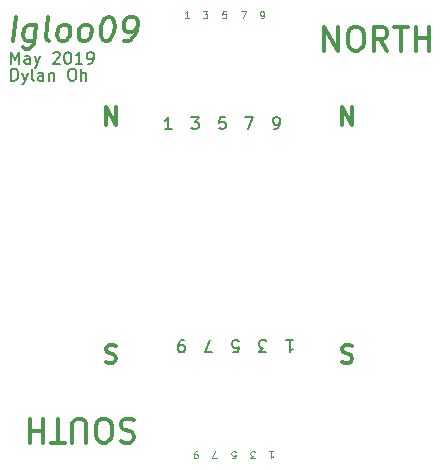
<source format=gbr>
G04 #@! TF.GenerationSoftware,KiCad,Pcbnew,(5.1.2)-1*
G04 #@! TF.CreationDate,2019-05-02T18:24:12-06:00*
G04 #@! TF.ProjectId,Igloo09,49676c6f-6f30-4392-9e6b-696361645f70,rev?*
G04 #@! TF.SameCoordinates,Original*
G04 #@! TF.FileFunction,Legend,Top*
G04 #@! TF.FilePolarity,Positive*
%FSLAX46Y46*%
G04 Gerber Fmt 4.6, Leading zero omitted, Abs format (unit mm)*
G04 Created by KiCad (PCBNEW (5.1.2)-1) date 2019-05-02 18:24:12*
%MOMM*%
%LPD*%
G04 APERTURE LIST*
%ADD10C,0.150000*%
%ADD11C,0.300000*%
%ADD12C,0.080000*%
G04 APERTURE END LIST*
D10*
X131576559Y-48521880D02*
X131576559Y-47521880D01*
X131909892Y-48236166D01*
X132243225Y-47521880D01*
X132243225Y-48521880D01*
X133147987Y-48521880D02*
X133147987Y-47998071D01*
X133100368Y-47902833D01*
X133005130Y-47855214D01*
X132814654Y-47855214D01*
X132719416Y-47902833D01*
X133147987Y-48474261D02*
X133052749Y-48521880D01*
X132814654Y-48521880D01*
X132719416Y-48474261D01*
X132671797Y-48379023D01*
X132671797Y-48283785D01*
X132719416Y-48188547D01*
X132814654Y-48140928D01*
X133052749Y-48140928D01*
X133147987Y-48093309D01*
X133528940Y-47855214D02*
X133767035Y-48521880D01*
X134005130Y-47855214D02*
X133767035Y-48521880D01*
X133671797Y-48759976D01*
X133624178Y-48807595D01*
X133528940Y-48855214D01*
X135100368Y-47617119D02*
X135147987Y-47569500D01*
X135243225Y-47521880D01*
X135481320Y-47521880D01*
X135576559Y-47569500D01*
X135624178Y-47617119D01*
X135671797Y-47712357D01*
X135671797Y-47807595D01*
X135624178Y-47950452D01*
X135052749Y-48521880D01*
X135671797Y-48521880D01*
X136290844Y-47521880D02*
X136386082Y-47521880D01*
X136481320Y-47569500D01*
X136528940Y-47617119D01*
X136576559Y-47712357D01*
X136624178Y-47902833D01*
X136624178Y-48140928D01*
X136576559Y-48331404D01*
X136528940Y-48426642D01*
X136481320Y-48474261D01*
X136386082Y-48521880D01*
X136290844Y-48521880D01*
X136195606Y-48474261D01*
X136147987Y-48426642D01*
X136100368Y-48331404D01*
X136052749Y-48140928D01*
X136052749Y-47902833D01*
X136100368Y-47712357D01*
X136147987Y-47617119D01*
X136195606Y-47569500D01*
X136290844Y-47521880D01*
X137576559Y-48521880D02*
X137005130Y-48521880D01*
X137290844Y-48521880D02*
X137290844Y-47521880D01*
X137195606Y-47664738D01*
X137100368Y-47759976D01*
X137005130Y-47807595D01*
X138052749Y-48521880D02*
X138243225Y-48521880D01*
X138338463Y-48474261D01*
X138386082Y-48426642D01*
X138481320Y-48283785D01*
X138528940Y-48093309D01*
X138528940Y-47712357D01*
X138481320Y-47617119D01*
X138433701Y-47569500D01*
X138338463Y-47521880D01*
X138147987Y-47521880D01*
X138052749Y-47569500D01*
X138005130Y-47617119D01*
X137957511Y-47712357D01*
X137957511Y-47950452D01*
X138005130Y-48045690D01*
X138052749Y-48093309D01*
X138147987Y-48140928D01*
X138338463Y-48140928D01*
X138433701Y-48093309D01*
X138481320Y-48045690D01*
X138528940Y-47950452D01*
X131570173Y-49941740D02*
X131570173Y-48941740D01*
X131808268Y-48941740D01*
X131951125Y-48989360D01*
X132046363Y-49084598D01*
X132093982Y-49179836D01*
X132141601Y-49370312D01*
X132141601Y-49513169D01*
X132093982Y-49703645D01*
X132046363Y-49798883D01*
X131951125Y-49894121D01*
X131808268Y-49941740D01*
X131570173Y-49941740D01*
X132474935Y-49275074D02*
X132713030Y-49941740D01*
X132951125Y-49275074D02*
X132713030Y-49941740D01*
X132617792Y-50179836D01*
X132570173Y-50227455D01*
X132474935Y-50275074D01*
X133474935Y-49941740D02*
X133379697Y-49894121D01*
X133332078Y-49798883D01*
X133332078Y-48941740D01*
X134284459Y-49941740D02*
X134284459Y-49417931D01*
X134236840Y-49322693D01*
X134141601Y-49275074D01*
X133951125Y-49275074D01*
X133855887Y-49322693D01*
X134284459Y-49894121D02*
X134189220Y-49941740D01*
X133951125Y-49941740D01*
X133855887Y-49894121D01*
X133808268Y-49798883D01*
X133808268Y-49703645D01*
X133855887Y-49608407D01*
X133951125Y-49560788D01*
X134189220Y-49560788D01*
X134284459Y-49513169D01*
X134760649Y-49275074D02*
X134760649Y-49941740D01*
X134760649Y-49370312D02*
X134808268Y-49322693D01*
X134903506Y-49275074D01*
X135046363Y-49275074D01*
X135141601Y-49322693D01*
X135189220Y-49417931D01*
X135189220Y-49941740D01*
X136617792Y-48941740D02*
X136808268Y-48941740D01*
X136903506Y-48989360D01*
X136998744Y-49084598D01*
X137046363Y-49275074D01*
X137046363Y-49608407D01*
X136998744Y-49798883D01*
X136903506Y-49894121D01*
X136808268Y-49941740D01*
X136617792Y-49941740D01*
X136522554Y-49894121D01*
X136427316Y-49798883D01*
X136379697Y-49608407D01*
X136379697Y-49275074D01*
X136427316Y-49084598D01*
X136522554Y-48989360D01*
X136617792Y-48941740D01*
X137474935Y-49941740D02*
X137474935Y-48941740D01*
X137903506Y-49941740D02*
X137903506Y-49417931D01*
X137855887Y-49322693D01*
X137760649Y-49275074D01*
X137617792Y-49275074D01*
X137522554Y-49322693D01*
X137474935Y-49370312D01*
D11*
X131687632Y-46573961D02*
X131937632Y-44573961D01*
X133663823Y-45240628D02*
X133461442Y-46859676D01*
X133342394Y-47050152D01*
X133235251Y-47145390D01*
X133032870Y-47240628D01*
X132747156Y-47240628D01*
X132568585Y-47145390D01*
X133509061Y-46478723D02*
X133306680Y-46573961D01*
X132925727Y-46573961D01*
X132747156Y-46478723D01*
X132663823Y-46383485D01*
X132592394Y-46193009D01*
X132663823Y-45621580D01*
X132782870Y-45431104D01*
X132890013Y-45335866D01*
X133092394Y-45240628D01*
X133473346Y-45240628D01*
X133651918Y-45335866D01*
X134735251Y-46573961D02*
X134556680Y-46478723D01*
X134485251Y-46288247D01*
X134699537Y-44573961D01*
X135782870Y-46573961D02*
X135604299Y-46478723D01*
X135520965Y-46383485D01*
X135449537Y-46193009D01*
X135520965Y-45621580D01*
X135640013Y-45431104D01*
X135747156Y-45335866D01*
X135949537Y-45240628D01*
X136235251Y-45240628D01*
X136413823Y-45335866D01*
X136497156Y-45431104D01*
X136568585Y-45621580D01*
X136497156Y-46193009D01*
X136378108Y-46383485D01*
X136270965Y-46478723D01*
X136068585Y-46573961D01*
X135782870Y-46573961D01*
X137592394Y-46573961D02*
X137413823Y-46478723D01*
X137330489Y-46383485D01*
X137259061Y-46193009D01*
X137330489Y-45621580D01*
X137449537Y-45431104D01*
X137556680Y-45335866D01*
X137759061Y-45240628D01*
X138044775Y-45240628D01*
X138223346Y-45335866D01*
X138306680Y-45431104D01*
X138378108Y-45621580D01*
X138306680Y-46193009D01*
X138187632Y-46383485D01*
X138080489Y-46478723D01*
X137878108Y-46573961D01*
X137592394Y-46573961D01*
X139747156Y-44573961D02*
X139937632Y-44573961D01*
X140116204Y-44669200D01*
X140199537Y-44764438D01*
X140270965Y-44954914D01*
X140318585Y-45335866D01*
X140259061Y-45812057D01*
X140116204Y-46193009D01*
X139997156Y-46383485D01*
X139890013Y-46478723D01*
X139687632Y-46573961D01*
X139497156Y-46573961D01*
X139318585Y-46478723D01*
X139235251Y-46383485D01*
X139163823Y-46193009D01*
X139116204Y-45812057D01*
X139175727Y-45335866D01*
X139318585Y-44954914D01*
X139437632Y-44764438D01*
X139544775Y-44669200D01*
X139747156Y-44573961D01*
X141116204Y-46573961D02*
X141497156Y-46573961D01*
X141699537Y-46478723D01*
X141806680Y-46383485D01*
X142032870Y-46097771D01*
X142175727Y-45716819D01*
X142270965Y-44954914D01*
X142199537Y-44764438D01*
X142116204Y-44669200D01*
X141937632Y-44573961D01*
X141556680Y-44573961D01*
X141354299Y-44669200D01*
X141247156Y-44764438D01*
X141128108Y-44954914D01*
X141068585Y-45431104D01*
X141140013Y-45621580D01*
X141223346Y-45716819D01*
X141401918Y-45812057D01*
X141782870Y-45812057D01*
X141985251Y-45716819D01*
X142092394Y-45621580D01*
X142211442Y-45431104D01*
D12*
X153402571Y-81328571D02*
X153745428Y-81328571D01*
X153574000Y-81328571D02*
X153574000Y-81928571D01*
X153631142Y-81842857D01*
X153688285Y-81785714D01*
X153745428Y-81757142D01*
X152174000Y-81928571D02*
X151802571Y-81928571D01*
X152002571Y-81700000D01*
X151916857Y-81700000D01*
X151859714Y-81671428D01*
X151831142Y-81642857D01*
X151802571Y-81585714D01*
X151802571Y-81442857D01*
X151831142Y-81385714D01*
X151859714Y-81357142D01*
X151916857Y-81328571D01*
X152088285Y-81328571D01*
X152145428Y-81357142D01*
X152174000Y-81385714D01*
X150231142Y-81928571D02*
X150516857Y-81928571D01*
X150545428Y-81642857D01*
X150516857Y-81671428D01*
X150459714Y-81700000D01*
X150316857Y-81700000D01*
X150259714Y-81671428D01*
X150231142Y-81642857D01*
X150202571Y-81585714D01*
X150202571Y-81442857D01*
X150231142Y-81385714D01*
X150259714Y-81357142D01*
X150316857Y-81328571D01*
X150459714Y-81328571D01*
X150516857Y-81357142D01*
X150545428Y-81385714D01*
X148974000Y-81928571D02*
X148574000Y-81928571D01*
X148831142Y-81328571D01*
X147288285Y-81328571D02*
X147174000Y-81328571D01*
X147116857Y-81357142D01*
X147088285Y-81385714D01*
X147031142Y-81471428D01*
X147002571Y-81585714D01*
X147002571Y-81814285D01*
X147031142Y-81871428D01*
X147059714Y-81900000D01*
X147116857Y-81928571D01*
X147231142Y-81928571D01*
X147288285Y-81900000D01*
X147316857Y-81871428D01*
X147345428Y-81814285D01*
X147345428Y-81671428D01*
X147316857Y-81614285D01*
X147288285Y-81585714D01*
X147231142Y-81557142D01*
X147116857Y-81557142D01*
X147059714Y-81585714D01*
X147031142Y-81614285D01*
X147002571Y-81671428D01*
X146571428Y-44671428D02*
X146228571Y-44671428D01*
X146400000Y-44671428D02*
X146400000Y-44071428D01*
X146342857Y-44157142D01*
X146285714Y-44214285D01*
X146228571Y-44242857D01*
X147800000Y-44071428D02*
X148171428Y-44071428D01*
X147971428Y-44300000D01*
X148057142Y-44300000D01*
X148114285Y-44328571D01*
X148142857Y-44357142D01*
X148171428Y-44414285D01*
X148171428Y-44557142D01*
X148142857Y-44614285D01*
X148114285Y-44642857D01*
X148057142Y-44671428D01*
X147885714Y-44671428D01*
X147828571Y-44642857D01*
X147800000Y-44614285D01*
X149742857Y-44071428D02*
X149457142Y-44071428D01*
X149428571Y-44357142D01*
X149457142Y-44328571D01*
X149514285Y-44300000D01*
X149657142Y-44300000D01*
X149714285Y-44328571D01*
X149742857Y-44357142D01*
X149771428Y-44414285D01*
X149771428Y-44557142D01*
X149742857Y-44614285D01*
X149714285Y-44642857D01*
X149657142Y-44671428D01*
X149514285Y-44671428D01*
X149457142Y-44642857D01*
X149428571Y-44614285D01*
X151000000Y-44071428D02*
X151400000Y-44071428D01*
X151142857Y-44671428D01*
X152685714Y-44671428D02*
X152800000Y-44671428D01*
X152857142Y-44642857D01*
X152885714Y-44614285D01*
X152942857Y-44528571D01*
X152971428Y-44414285D01*
X152971428Y-44185714D01*
X152942857Y-44128571D01*
X152914285Y-44100000D01*
X152857142Y-44071428D01*
X152742857Y-44071428D01*
X152685714Y-44100000D01*
X152657142Y-44128571D01*
X152628571Y-44185714D01*
X152628571Y-44328571D01*
X152657142Y-44385714D01*
X152685714Y-44414285D01*
X152742857Y-44442857D01*
X152857142Y-44442857D01*
X152914285Y-44414285D01*
X152942857Y-44385714D01*
X152971428Y-44328571D01*
D10*
X146163976Y-71937619D02*
X145973500Y-71937619D01*
X145878261Y-71985238D01*
X145830642Y-72032857D01*
X145735404Y-72175714D01*
X145687785Y-72366190D01*
X145687785Y-72747142D01*
X145735404Y-72842380D01*
X145783023Y-72890000D01*
X145878261Y-72937619D01*
X146068738Y-72937619D01*
X146163976Y-72890000D01*
X146211595Y-72842380D01*
X146259214Y-72747142D01*
X146259214Y-72509047D01*
X146211595Y-72413809D01*
X146163976Y-72366190D01*
X146068738Y-72318571D01*
X145878261Y-72318571D01*
X145783023Y-72366190D01*
X145735404Y-72413809D01*
X145687785Y-72509047D01*
X148592833Y-72937619D02*
X147926166Y-72937619D01*
X148354738Y-71937619D01*
X150307404Y-72937619D02*
X150783595Y-72937619D01*
X150831214Y-72461428D01*
X150783595Y-72509047D01*
X150688357Y-72556666D01*
X150450261Y-72556666D01*
X150355023Y-72509047D01*
X150307404Y-72461428D01*
X150259785Y-72366190D01*
X150259785Y-72128095D01*
X150307404Y-72032857D01*
X150355023Y-71985238D01*
X150450261Y-71937619D01*
X150688357Y-71937619D01*
X150783595Y-71985238D01*
X150831214Y-72032857D01*
X153164833Y-72937619D02*
X152545785Y-72937619D01*
X152879119Y-72556666D01*
X152736261Y-72556666D01*
X152641023Y-72509047D01*
X152593404Y-72461428D01*
X152545785Y-72366190D01*
X152545785Y-72128095D01*
X152593404Y-72032857D01*
X152641023Y-71985238D01*
X152736261Y-71937619D01*
X153021976Y-71937619D01*
X153117214Y-71985238D01*
X153164833Y-72032857D01*
X154831785Y-71937619D02*
X155403214Y-71937619D01*
X155117500Y-71937619D02*
X155117500Y-72937619D01*
X155212738Y-72794761D01*
X155307976Y-72699523D01*
X155403214Y-72651904D01*
D11*
X140428571Y-72392857D02*
X140214285Y-72321428D01*
X139857142Y-72321428D01*
X139714285Y-72392857D01*
X139642857Y-72464285D01*
X139571428Y-72607142D01*
X139571428Y-72750000D01*
X139642857Y-72892857D01*
X139714285Y-72964285D01*
X139857142Y-73035714D01*
X140142857Y-73107142D01*
X140285714Y-73178571D01*
X140357142Y-73250000D01*
X140428571Y-73392857D01*
X140428571Y-73535714D01*
X140357142Y-73678571D01*
X140285714Y-73750000D01*
X140142857Y-73821428D01*
X139785714Y-73821428D01*
X139571428Y-73750000D01*
X160428571Y-72392857D02*
X160214285Y-72321428D01*
X159857142Y-72321428D01*
X159714285Y-72392857D01*
X159642857Y-72464285D01*
X159571428Y-72607142D01*
X159571428Y-72750000D01*
X159642857Y-72892857D01*
X159714285Y-72964285D01*
X159857142Y-73035714D01*
X160142857Y-73107142D01*
X160285714Y-73178571D01*
X160357142Y-73250000D01*
X160428571Y-73392857D01*
X160428571Y-73535714D01*
X160357142Y-73678571D01*
X160285714Y-73750000D01*
X160142857Y-73821428D01*
X159785714Y-73821428D01*
X159571428Y-73750000D01*
X139571428Y-53678571D02*
X139571428Y-52178571D01*
X140428571Y-53678571D01*
X140428571Y-52178571D01*
X159571428Y-53678571D02*
X159571428Y-52178571D01*
X160428571Y-53678571D01*
X160428571Y-52178571D01*
D10*
X153810023Y-54046380D02*
X154000500Y-54046380D01*
X154095738Y-53998761D01*
X154143357Y-53951142D01*
X154238595Y-53808285D01*
X154286214Y-53617809D01*
X154286214Y-53236857D01*
X154238595Y-53141619D01*
X154190976Y-53094000D01*
X154095738Y-53046380D01*
X153905261Y-53046380D01*
X153810023Y-53094000D01*
X153762404Y-53141619D01*
X153714785Y-53236857D01*
X153714785Y-53474952D01*
X153762404Y-53570190D01*
X153810023Y-53617809D01*
X153905261Y-53665428D01*
X154095738Y-53665428D01*
X154190976Y-53617809D01*
X154238595Y-53570190D01*
X154286214Y-53474952D01*
X151381166Y-53046380D02*
X152047833Y-53046380D01*
X151619261Y-54046380D01*
X149666595Y-53046380D02*
X149190404Y-53046380D01*
X149142785Y-53522571D01*
X149190404Y-53474952D01*
X149285642Y-53427333D01*
X149523738Y-53427333D01*
X149618976Y-53474952D01*
X149666595Y-53522571D01*
X149714214Y-53617809D01*
X149714214Y-53855904D01*
X149666595Y-53951142D01*
X149618976Y-53998761D01*
X149523738Y-54046380D01*
X149285642Y-54046380D01*
X149190404Y-53998761D01*
X149142785Y-53951142D01*
X146809166Y-53046380D02*
X147428214Y-53046380D01*
X147094880Y-53427333D01*
X147237738Y-53427333D01*
X147332976Y-53474952D01*
X147380595Y-53522571D01*
X147428214Y-53617809D01*
X147428214Y-53855904D01*
X147380595Y-53951142D01*
X147332976Y-53998761D01*
X147237738Y-54046380D01*
X146952023Y-54046380D01*
X146856785Y-53998761D01*
X146809166Y-53951142D01*
X145142214Y-54046380D02*
X144570785Y-54046380D01*
X144856500Y-54046380D02*
X144856500Y-53046380D01*
X144761261Y-53189238D01*
X144666023Y-53284476D01*
X144570785Y-53332095D01*
D11*
X141976190Y-78690476D02*
X141690476Y-78595238D01*
X141214285Y-78595238D01*
X141023809Y-78690476D01*
X140928571Y-78785714D01*
X140833333Y-78976190D01*
X140833333Y-79166666D01*
X140928571Y-79357142D01*
X141023809Y-79452380D01*
X141214285Y-79547619D01*
X141595238Y-79642857D01*
X141785714Y-79738095D01*
X141880952Y-79833333D01*
X141976190Y-80023809D01*
X141976190Y-80214285D01*
X141880952Y-80404761D01*
X141785714Y-80500000D01*
X141595238Y-80595238D01*
X141119047Y-80595238D01*
X140833333Y-80500000D01*
X139595238Y-80595238D02*
X139214285Y-80595238D01*
X139023809Y-80500000D01*
X138833333Y-80309523D01*
X138738095Y-79928571D01*
X138738095Y-79261904D01*
X138833333Y-78880952D01*
X139023809Y-78690476D01*
X139214285Y-78595238D01*
X139595238Y-78595238D01*
X139785714Y-78690476D01*
X139976190Y-78880952D01*
X140071428Y-79261904D01*
X140071428Y-79928571D01*
X139976190Y-80309523D01*
X139785714Y-80500000D01*
X139595238Y-80595238D01*
X137880952Y-80595238D02*
X137880952Y-78976190D01*
X137785714Y-78785714D01*
X137690476Y-78690476D01*
X137500000Y-78595238D01*
X137119047Y-78595238D01*
X136928571Y-78690476D01*
X136833333Y-78785714D01*
X136738095Y-78976190D01*
X136738095Y-80595238D01*
X136071428Y-80595238D02*
X134928571Y-80595238D01*
X135500000Y-78595238D02*
X135500000Y-80595238D01*
X134261904Y-78595238D02*
X134261904Y-80595238D01*
X134261904Y-79642857D02*
X133119047Y-79642857D01*
X133119047Y-78595238D02*
X133119047Y-80595238D01*
X158071428Y-47404761D02*
X158071428Y-45404761D01*
X159214285Y-47404761D01*
X159214285Y-45404761D01*
X160547619Y-45404761D02*
X160928571Y-45404761D01*
X161119047Y-45500000D01*
X161309523Y-45690476D01*
X161404761Y-46071428D01*
X161404761Y-46738095D01*
X161309523Y-47119047D01*
X161119047Y-47309523D01*
X160928571Y-47404761D01*
X160547619Y-47404761D01*
X160357142Y-47309523D01*
X160166666Y-47119047D01*
X160071428Y-46738095D01*
X160071428Y-46071428D01*
X160166666Y-45690476D01*
X160357142Y-45500000D01*
X160547619Y-45404761D01*
X163404761Y-47404761D02*
X162738095Y-46452380D01*
X162261904Y-47404761D02*
X162261904Y-45404761D01*
X163023809Y-45404761D01*
X163214285Y-45500000D01*
X163309523Y-45595238D01*
X163404761Y-45785714D01*
X163404761Y-46071428D01*
X163309523Y-46261904D01*
X163214285Y-46357142D01*
X163023809Y-46452380D01*
X162261904Y-46452380D01*
X163976190Y-45404761D02*
X165119047Y-45404761D01*
X164547619Y-47404761D02*
X164547619Y-45404761D01*
X165785714Y-47404761D02*
X165785714Y-45404761D01*
X165785714Y-46357142D02*
X166928571Y-46357142D01*
X166928571Y-47404761D02*
X166928571Y-45404761D01*
M02*

</source>
